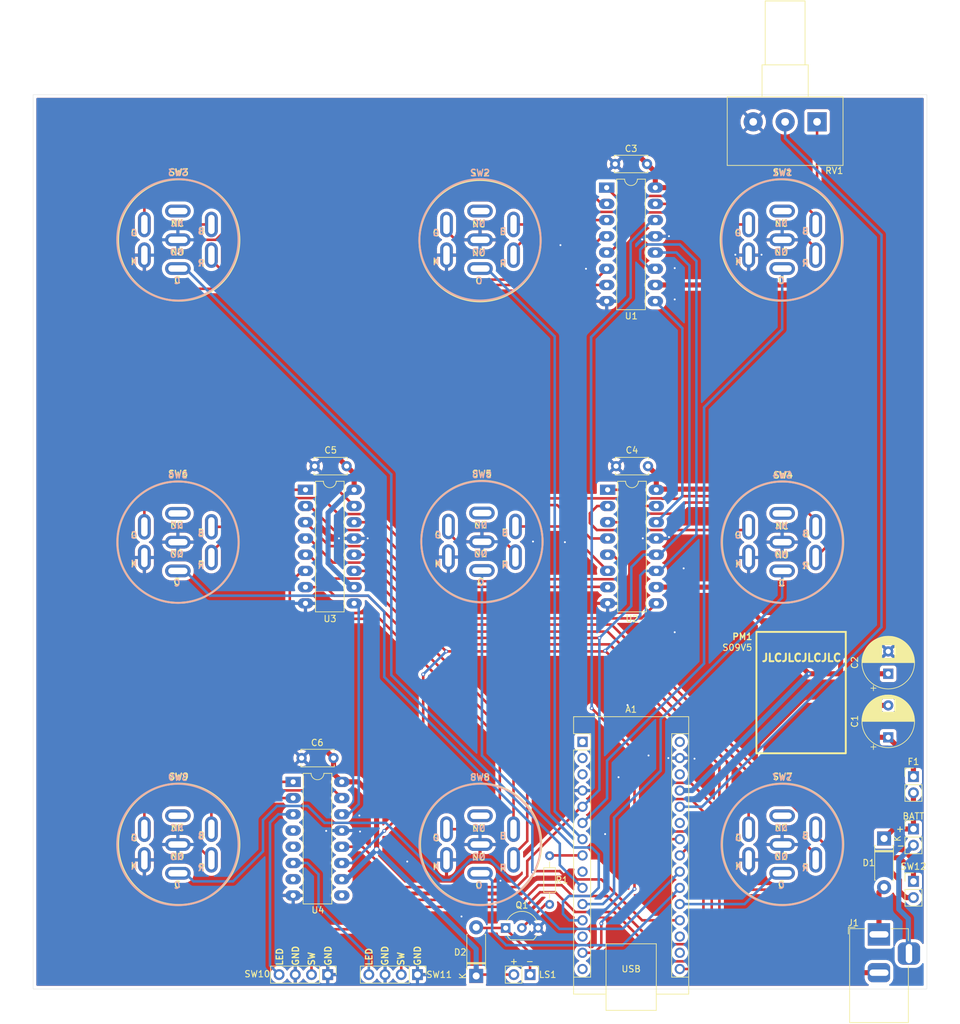
<source format=kicad_pcb>
(kicad_pcb (version 20240108) (generator "pcbnew") (generator_version "8.0")
  (layers (0 "F.Cu" signal) (31 "B.Cu" signal) (34 "B.Paste" user) (35 "F.Paste" user) (36 "B.SilkS" user "B.Silkscreen") (37 "F.SilkS" user "F.Silkscreen") (38 "B.Mask" user) (39 "F.Mask" user) (44 "Edge.Cuts" user))
  (net 0 "")
  (net 1 "Net-(PM1--VIN)")
  (net 2 "Net-(D1-K)")
  (net 3 "GND")
  (net 4 "+5V")
  (net 5 "Net-(D1-A)")
  (net 6 "Net-(J2-Pin_2)")
  (net 8 "/LATCH")
  (net 9 "Net-(SW1-G)")
  (net 10 "Net-(SW2-G)")
  (net 11 "/SER")
  (net 12 "Net-(SW2-R)")
  (net 13 "Net-(SW3-G)")
  (net 14 "Net-(U1-QC)")
  (net 15 "Net-(SW3-R)")
  (net 16 "Net-(SW1-R)")
  (net 17 "/CLK")
  (net 18 "Net-(U1-QF)")
  (net 19 "Net-(U1-QH')")
  (net 20 "Net-(SW4-R)")
  (net 21 "Net-(U2-QH')")
  (net 22 "Net-(SW6-R)")
  (net 23 "Net-(SW5-G)")
  (net 24 "Net-(U2-QD)")
  (net 25 "Net-(U2-QA)")
  (net 26 "Net-(U2-QG)")
  (net 27 "Net-(SW5-R)")
  (net 28 "Net-(SW4-G)")
  (net 29 "Net-(U3-QB)")
  (net 30 "Net-(SW7-G)")
  (net 31 "Net-(SW6-G)")
  (net 32 "Net-(SW8-R)")
  (net 33 "Net-(U3-QE)")
  (net 34 "Net-(U3-QH')")
  (net 35 "Net-(U3-QH)")
  (net 36 "Net-(SW7-R)")
  (net 37 "Net-(SW8-G)")
  (net 38 "Net-(SW9-G)")
  (net 39 "Net-(U4-QC)")
  (net 41 "Net-(SW9-R)")
  (net 44 "Net-(SW10-A)")
  (net 46 "Net-(SW11-A)")
  (net 47 "/SW7")
  (net 48 "Net-(A1-A7)")
  (net 49 "/RST")
  (net 53 "/SW8")
  (net 54 "/SW4")
  (net 56 "/SW9")
  (net 57 "/TX")
  (net 58 "/SW5")
  (net 59 "/SW3")
  (net 63 "/RX")
  (net 64 "/SW11")
  (net 65 "/SW2")
  (net 66 "/SW6")
  (net 67 "/SW10")
  (net 69 "/SW1")
  (net 79 "Net-(PM1-+VIN)")
  (net 80 "Net-(A1-D5)")
  (net 81 "Net-(D2-A)")
  (net 82 "Net-(Q1-B)")
  (net 83 "Net-(SW12-B)")
  (footprint "Connector_PinHeader_2.54mm:PinHeader_1x02_P2.54mm_Vertical" (layer "F.Cu") (at 105.035 162.8 -90)
    (property "Reference" "LS1")
    (property "Value" "Speaker")
  )
  (footprint "Capacitor_THT:CP_Radial_D8.0mm_P3.50mm" (layer "F.Cu") (at 161.15 115.702651 90)
    (property "Reference" "C2")
    (property "Value" "100Uf")
  )
  (footprint "Capacitor_THT:C_Disc_D5.0mm_W2.5mm_P5.00mm" (layer "F.Cu") (at 123.366682 35.9 180)
    (property "Reference" "C3")
    (property "Value" "10nf")
  )
  (footprint "Capacitor_THT:C_Disc_D5.0mm_W2.5mm_P5.00mm" (layer "F.Cu") (at 74.25 128.9 180)
    (property "Reference" "C6")
    (property "Value" "10nf")
  )
  (footprint "Package_DIP:DIP-16_W7.62mm_LongPads" (layer "F.Cu") (at 117.041682 39.597802)
    (property "Reference" "U1")
    (property "Value" "74HC595")
  )
  (footprint "Package_DIP:DIP-16_W7.62mm_LongPads" (layer "F.Cu") (at 67.925 132.625)
    (property "Reference" "U4")
    (property "Value" "74HC595")
  )
  (footprint "Connector_PinHeader_2.54mm:PinHeader_1x02_P2.54mm_Vertical" (layer "F.Cu") (at 165.1 131.8)
    (property "Reference" "F1")
    (property "Value" "500ma")
  )
  (footprint "Resistor_THT:R_Axial_DIN0204_L3.6mm_D1.6mm_P7.62mm_Horizontal" (layer "F.Cu") (at 108.1 144.19 -90)
    (property "Reference" "R1")
    (property "Value" "1K")
  )
  (footprint "Connector_PinHeader_2.54mm:PinHeader_1x02_P2.54mm_Vertical" (layer "F.Cu") (at 165.1 148.2)
    (property "Reference" "SW12")
    (property "Value" "SW_SPST")
  )
  (footprint "Capacitor_THT:CP_Radial_D8.0mm_P5.00mm" (layer "F.Cu") (at 161.15 125.652651 90)
    (property "Reference" "C1")
    (property "Value" "1000Uf")
  )
  (footprint "Connector_PinHeader_2.54mm:PinHeader_1x02_P2.54mm_Vertical" (layer "F.Cu") (at 165.1 140)
    (property "Reference" "J2" (hide yes))
    (property "Value" "Conn_01x02_Pin")
  )
  (footprint "Capacitor_THT:C_Disc_D5.0mm_W2.5mm_P5.00mm" (layer "F.Cu") (at 76.3 83.2 180)
    (property "Reference" "C5")
    (property "Value" "10nf")
  )
  (footprint "Library:S09" (layer "F.Cu") (at 147.5 118.65 -90)
    (property "Reference" "PM1")
    (property "Value" "S09V5")
  )
  (footprint "Diode_THT:D_DO-41_SOD81_P7.62mm_Horizontal" (layer "F.Cu") (at 160.5 141.49 -90)
    (property "Reference" "D1")
    (property "Value" "1N5819")
  )
  (footprint "Connector_PinHeader_2.54mm:PinHeader_1x04_P2.54mm_Vertical" (layer "F.Cu") (at 87.4 162.8 -90)
    (property "Reference" "SW11")
    (property "Value" "SW_Push_LED")
  )
  (footprint "Connector_BarrelJack:BarrelJack_Horizontal" (layer "F.Cu") (at 159.7 156.5 90)
    (property "Reference" "J1")
    (property "Value" "Barrel_Jack_Switch")
  )
  (footprint "Package_DIP:DIP-16_W7.62mm_LongPads" (layer "F.Cu") (at 69.858344 86.901131)
    (property "Reference" "U3")
    (property "Value" "74HC595")
  )
  (footprint "Capacitor_THT:C_Disc_D5.0mm_W2.5mm_P5.00mm" (layer "F.Cu") (at 123.516682 83.2 180)
    (property "Reference" "C4")
    (property "Value" "10nf")
  )
  (footprint "Diode_THT:D_DO-41_SOD81_P7.62mm_Horizontal" (layer "F.Cu") (at 96.6 163.01 90)
    (property "Reference" "D2")
    (property "Value" "1N5819")
  )
  (footprint "Module:Arduino_Nano" (layer "F.Cu") (at 113.256682 126.36)
    (property "Reference" "A1")
    (property "Value" "Arduino_Nano_v3.x")
  )
  (footprint "Potentiometer_THT:Potentiometer_Alps_RK163_Single_Horizontal" (layer "F.Cu") (at 150 29.3 -90)
    (property "Reference" "RV1")
    (property "Value" "10K")
  )
  (footprint "Connector_PinHeader_2.54mm:PinHeader_1x04_P2.54mm_Vertical" (layer "F.Cu") (at 73.34 162.8 -90)
    (property "Reference" "SW10")
    (property "Value" "SW_Push_LED")
  )
  (footprint "Package_TO_SOT_THT:TO-92_Inline_Wide" (layer "F.Cu") (at 101.22 155.5)
    (property "Reference" "Q1")
    (property "Value" "BC547")
  )
  (footprint "Package_DIP:DIP-16_W7.62mm_LongPads" (layer "F.Cu") (at 117.191682 86.901131)
    (property "Reference" "U2")
    (property "Value" "74HC595")
  )
  (footprint "Library:SPDT_RGB_D19" (layer "B.Cu") (at 144.533354 95.100006 180)
    (property "Reference" "SW4")
    (property "Value" "SPDT_RGB")
  )
  (footprint "Library:SPDT_RGB_D19" (layer "B.Cu") (at 144.533354 47.766677 180)
    (property "Reference" "SW1")
    (property "Value" "SPDT_RGB")
  )
  (footprint "Library:SPDT_RGB_D19" (layer "B.Cu") (at 97.20001 47.766677 180)
    (property "Reference" "SW2")
    (property "Value" "SPDT_RGB")
  )
  (footprint "Library:SPDT_RGB_D19" (layer "B.Cu") (at 49.866678 47.766677 180)
    (property "Reference" "SW3")
    (property "Value" "SPDT_RGB")
  )
  (footprint "Library:SPDT_RGB_D19" (layer "B.Cu") (at 49.866678 142.433342 180)
    (property "Reference" "SW9")
    (property "Value" "SPDT_RGB")
  )
  (footprint "Library:SPDT_RGB_D19" (layer "B.Cu") (at 49.866678 95.100006 180)
    (property "Reference" "SW6")
    (property "Value" "SPDT_RGB")
  )
  (footprint "Library:SPDT_RGB_D19" (layer "B.Cu") (at 97.50001 95.040006 180)
    (property "Reference" "SW5")
    (property "Value" "SPDT_RGB")
  )
  (footprint "Library:SPDT_RGB_D19" (layer "B.Cu") (at 144.533354 142.433342 180)
    (property "Reference" "SW7")
    (property "Value" "SPDT_RGB")
  )
  (footprint "Library:SPDT_RGB_D19" (layer "B.Cu") (at 97.20001 142.433342 180)
    (property "Reference" "SW8")
    (property "Value" "SPDT_RGB")
  )
  (gr_circle (center 97.2 47.9) (end 106.7 47.9) (stroke (width 0.3)) (fill none) (layer "F.SilkS"))
  (gr_circle (center 144.4 47.8) (end 153.9 47.8) (stroke (width 0.3)) (fill none) (layer "F.SilkS"))
  (gr_circle (center 50 142.4) (end 59.5 142.4) (stroke (width 0.3)) (fill none) (layer "F.SilkS"))
  (gr_circle (center 144.6 142.4) (end 154.1 142.4) (stroke (width 0.3)) (fill none) (layer "F.SilkS"))
  (gr_circle (center 97.5 95) (end 107 95) (stroke (width 0.3)) (fill none) (layer "F.SilkS"))
  (gr_circle (center 50 47.8) (end 59.5 47.8) (stroke (width 0.3)) (fill none) (layer "F.SilkS"))
  (gr_circle (center 49.9 95.1) (end 59.4 95.1) (stroke (width 0.3)) (fill none) (layer "F.SilkS"))
  (gr_circle (center 144.6 95.1) (end 154.1 95.1) (stroke (width 0.3)) (fill none) (layer "F.SilkS"))
  (gr_circle (center 97.3 142.4) (end 106.8 142.4) (stroke (width 0.3)) (fill none) (layer "F.SilkS"))
  (gr_rect (start 27.20001 25.050006) (end 167.20001 165.050006) (stroke (width 0.05)) (fill none) (layer "Edge.Cuts"))
  (gr_text "R" (at 53.6 146 0) (layer "F.SilkS") (effects (font (size 1 1) (thickness 0.2) (bold yes))))
  (gr_text "R" (at 148.3 98.8 0) (layer "F.SilkS") (effects (font (size 1 1) (thickness 0.2) (bold yes))))
  (gr_text "G" (at 137.6 46.7 0) (layer "F.SilkS") (effects (font (size 1 1) (thickness 0.2) (bold yes))))
  (gr_text "GND" (at 74 161.5 90) (layer "F.SilkS") (effects (font (size 1 1) (thickness 0.2) (bold yes)) (justify left bottom)))
  (gr_text "NO" (at 144.4 49.7 0) (layer "F.SilkS") (effects (font (size 1 1) (thickness 0.2) (bold yes))))
  (gr_text "NC" (at 49.8 139.8 0) (layer "F.SilkS") (effects (font (size 1 1) (thickness 0.2) (bold yes))))
  (gr_text "+" (at 102.5 160.7 0) (layer "F.SilkS") (effects (font (size 1 1))))
  (gr_text "G" (at 90.3 46.7 0) (layer "F.SilkS") (effects (font (size 1 1) (thickness 0.2) (bold yes))))
  (gr_text "R" (at 53.5 98.6 0) (layer "F.SilkS") (effects (font (size 1 1) (thickness 0.2) (bold yes))))
  (gr_text "NC" (at 97 45.3 0) (layer "F.SilkS") (effects (font (size 1 1) (thickness 0.2) (bold yes))))
  (gr_text "R" (at 148.2 146 0) (layer "F.SilkS") (effects (font (size 1 1) (thickness 0.2) (bold yes))))
  (gr_text "NC" (at 144.4 139.8 0) (layer "F.SilkS") (effects (font (size 1 1) (thickness 0.2) (bold yes))))
  (gr_text "NO" (at 49.8 144.3 0) (layer "F.SilkS") (effects (font (size 1 1) (thickness 0.2) (bold yes))))
  (gr_text "K" (at 137.7 51.2 0) (layer "F.SilkS") (effects (font (size 1 1) (thickness 0.2) (bold yes))))
  (gr_text "K" (at 43 145.8 0) (layer "F.SilkS") (effects (font (size 1 1) (thickness 0.2) (bold yes))))
  (gr_text "G" (at 90.3 141.4 0) (layer "F.SilkS") (effects (font (size 1 1) (thickness 0.2) (bold yes))))
  (gr_text "B" (at 148.3 93.8 0) (layer "F.SilkS") (effects (font (size 1 1) (thickness 0.2) (bold yes))))
  (gr_text "NC" (at 97.3 92.4 0) (layer "F.SilkS") (effects (font (size 1 1) (thickness 0.2) (bold yes))))
  (gr_text "G" (at 90.6 94 0) (layer "F.SilkS") (effects (font (size 1 1) (thickness 0.2) (bold yes))))
  (gr_text "SW" (at 85.4 161.5 90) (layer "F.SilkS") (effects (font (size 1 1) (thickness 0.2) (bold yes)) (justify left bottom)))
  (gr_text "SW5" (at 97.5 84.4 0) (layer "F.SilkS") (effects (font (size 1 1) (thickness 0.2) (bold yes))))
  (gr_text "GND" (at 82.9 161.5 90) (layer "F.SilkS") (effects (font (size 1 1) (thickness 0.2) (bold yes)) (justify left bottom)))
  (gr_text "K" (at 90.3 51.2 0) (layer "F.SilkS") (effects (font (size 1 1) (thickness 0.2) (bold yes))))
  (gr_text "G" (at 137.6 94 0) (layer "F.SilkS") (effects (font (size 1 1) (thickness 0.2) (bold yes))))
  (gr_text "K" (at 137.7 98.5 0) (layer "F.SilkS") (effects (font (size 1 1) (thickness 0.2) (bold yes))))
  (gr_text "+" (at 163.005404 139.971752 0) (layer "F.SilkS") (effects (font (size 1 1))))
  (gr_text "JLCJLCJLCJLC" (at 141.2 113.9 0) (layer "F.SilkS") (effects (font (size 1.2 1.2) (thickness 0.3) (bold yes)) (justify left bottom)))
  (gr_text "NO" (at 49.8 49.7 0) (layer "F.SilkS") (effects (font (size 1 1) (thickness 0.2) (bold yes))))
  (gr_text "G" (at 43 94 0) (layer "F.SilkS") (effects (font (size 1 1) (thickness 0.2) (bold yes))))
  (gr_text "SW1" (at 144.6 37.2 -0) (layer "F.SilkS") (effects (font (size 1 1) (thickness 0.2) (bold yes))))
  (gr_text "LED" (at 80.4 161.5 90) (layer "F.SilkS") (effects (font (size 1 1) (thickness 0.2) (bold yes)) (justify left bottom)))
  (gr_text "NC" (at 144.5 92.6 0) (layer "F.SilkS") (effects (font (size 1 1) (thickness 0.2) (bold yes))))
  (gr_text "NC" (at 49.7 92.4 0) (layer "F.SilkS") (effects (font (size 1 1) (thickness 0.2) (bold yes))))
  (gr_text "R" (at 101.1 98.6 0) (layer "F.SilkS") (effects (font (size 1 1) (thickness 0.2) (bold yes))))
  (gr_text "C" (at 97.3 101.3 0) (layer "F.SilkS") (effects (font (size 1 1) (thickness 0.2) (bold yes))))
  (gr_text "SW4" (at 144.7 84.6 0) (layer "F.SilkS") (effects (font (size 1 1) (thickness 0.2) (bold yes))))
  (gr_text "B" (at 101.1 93.6 0) (layer "F.SilkS") (effects (font (size 1 1) (thickness 0.2) (bold yes))))
  (gr_text "C" (at 144.4 54.1 0) (layer "F.SilkS") (effects (font (size 1 1) (thickness 0.2) (bold yes))))
  (gr_text "R" (at 100.8 146.1 0) (layer "F.SilkS") (effects (font (size 1 1) (thickness 0.2) (bold yes))))
  (gr_text "NC" (at 97 139.9 0) (layer "F.SilkS") (effects (font (size 1 1) (thickness 0.2) (bold yes))))
  (gr_text "NO" (at 144.5 97.1 0) (layer "F.SilkS") (effects (font (size 1 1) (thickness 0.2) (bold yes))))
  (gr_text "NO" (at 97.3 96.9 0) (layer "F.SilkS") (effects (font (size 1 1) (thickness 0.2) (bold yes))))
  (gr_text "SW6" (at 49.9 84.4 0) (layer "F.SilkS") (effects (font (size 1 1) (thickness 0.2) (bold yes))))
  (gr_text "-" (at 163.1 142.6 0) (layer "F.SilkS") (effects (font (size 1 1))))
  (gr_text "LED" (at 66.4 161.5 90) (layer "F.SilkS") (effects (font (size 1 1) (thickness 0.2) (bold yes)) (justify left bottom)))
  (gr_text "-" (at 105 160.7 0) (layer "F.SilkS") (effects (font (size 1 1))))
  (gr_text "C" (at 97 54.2 0) (layer "F.SilkS") (effects (font (size 1 1) (thickness 0.2) (bold yes))))
  (gr_text "SW8" (at 97.2 131.9 0) (layer "F.SilkS") (effects (font (size 1 1) (thickness 0.2) (bold yes))))
  (gr_text "GND" (at 68.9 161.5 90) (layer "F.SilkS") (effects (font (size 1 1) (thickness 0.2) (bold yes)) (justify left bottom)))
  (gr_text "R" (at 53.6 51.4 0) (layer "F.SilkS") (effects (font (size 1 1) (thickness 0.2) (bold yes))))
  (gr_text "K" (at 43 98.5 0) (layer "F.SilkS") (effects (font (size 1 1) (thickness 0.2) (bold yes))))
  (gr_text "C" (at 144.5 101.5 0) (layer "F.SilkS") (effects (font (size 1 1) (thickness 0.2) (bold yes))))
  (gr_text "B" (at 148.2 46.4 0) (layer "F.SilkS") (effects (font (size 1 1) (thickness 0.2) (bold yes))))
  (gr_text "G" (at 43 141.4 0) (layer "F.SilkS") (effects (font (size 1 1) (thickness 0.2) (bold yes))))
  (gr_text "B" (at 100.8 46.5 0) (layer "F.SilkS") (effects (font (size 1 1) (thickness 0.2) (bold yes))))
  (gr_text "NC" (at 49.8 45.2 0) (layer "F.SilkS") (effects (font (size 1 1) (thickness 0.2) (bold yes))))
  (gr_text "C" (at 49.8 54.1 0) (layer "F.SilkS") (effects (font (size 1 1) (thickness 0.2) (bold yes))))
  (gr_text "NO" (at 49.7 96.9 0) (layer "F.SilkS") (effects (font (size 1 1) (thickness 0.2) (bold yes))))
  (gr_text "C" (at 144.4 148.7 0) (layer "F.SilkS") (effects (font (size 1 1) (thickness 0.2) (bold yes))))
  (gr_text "G" (at 137.7 141.4 0) (layer "F.SilkS") (effects (font (size 1 1) (thickness 0.2) (bold yes))))
  (gr_text "B" (at 100.8 141.1 0) (layer "F.SilkS") (effects (font (size 1 1) (thickness 0.2) (bold yes))))
  (gr_text "NO" (at 97 49.8 0) (layer "F.SilkS") (effects (font (size 1 1) (thickness 0.2) (bold yes))))
  (gr_text "B" (at 148.2 141 0) (layer "F.SilkS") (effects (font (size 1 1) (thickness 0.2) (bold yes))))
  (gr_text "B" (at 53.6 46.4 0) (layer "F.SilkS") (effects (font (size 1 1) (thickness 0.2) (bold yes))))
  (gr_text "C" (at 97 148.8 0) (layer "F.SilkS") (effects (font (size 1 1) (thickness 0.2) (bold yes))))
  (gr_text "SW7" (at 144.6 131.8 0) (layer "F.SilkS") (effects (font (size 1 1) (thickness 0.2) (bold yes))))
  (gr_text "NO" (at 144.4 144.3 0) (layer "F.SilkS") (effects (font (size 1 1) (thickness 0.2) (bold yes))))
  (gr_text "SW9" (at 50 131.8 0) (layer "F.SilkS") (effects (font (size 1 1) (thickness 0.2) (bold yes))))
  (gr_text "K" (at 43 51.2 0) (layer "F.SilkS") (effects (font (size 1 1) (thickness 0.2) (bold yes))))
  (gr_text "NO" (at 97 144.4 0) (layer "F.SilkS") (effects (font (size 1 1) (thickness 0.2) (bold yes))))
  (gr_text "SW2" (at 97.2 37.3 0) (layer "F.SilkS") (effects (font (size 1 1) (thickness 0.2) (bold yes))))
  (gr_text "C" (at 49.8 148.7 0) (layer "F.SilkS") (effects (font (size 1 1) (thickness 0.2) (bold yes))))
  (gr_text "R" (at 100.8 51.5 0) (layer "F.SilkS") (effects (font (size 1 1) (thickness 0.2) (bold yes))))
  (gr_text "SW" (at 71.4 161.5 90) (layer "F.SilkS") (effects (font (size 1 1) (thickness 0.2) (bold yes)) (justify left bottom)))
  (gr_text "SW3" (at 50 37.2 0) (layer "F.SilkS") (effects (font (size 1 1) (thickness 0.2) (bold yes))))
  (gr_text "K" (at 137.7 145.8 0) (layer "F.SilkS") (effects (font (size 1 1) (thickness 0.2) (bold yes))))
  (gr_text "K" (at 90.3 145.9 0) (layer "F.SilkS") (effects (font (size 1 1) (thickness 0.2) (bold yes))))
  (gr_text "C" (at 49.7 101.3 0) (layer "F.SilkS") (effects (font (size 1 1) (thickness 0.2) (bold yes))))
  (gr_text "B" (at 53.6 141 0) (layer "F.SilkS") (effects (font (size 1 1) (thickness 0.2) (bold yes))))
  (gr_text "K" (at 90.6 98.5 0) (layer "F.SilkS") (effects (font (size 1 1) (thickness 0.2) (bold yes))))
  (gr_text "G" (at 43 46.7 0) (layer "F.SilkS") (effects (font (size 1 1) (thickness 0.2) (bold yes))))
  (gr_text "B" (at 53.5 93.6 0) (layer "F.SilkS") (effects (font (size 1 1) (thickness 0.2) (bold yes))))
  (gr_text "NC" (at 144.4 45.2 0) (layer "F.SilkS") (effects (font (size 1 1) (thickness 0.2) (bold yes))))
  (gr_text "BATT\n" (at 165.1 138 0) (layer "F.SilkS") (effects (font (size 1 1))))
  (gr_text "GND" (at 88 161.5 90) (layer "F.SilkS") (effects (font (size 1 1) (thickness 0.2) (bold yes)) (justify left bottom)))
  (gr_text "R" (at 148.2 51.4 0) (layer "F.SilkS") (effects (font (size 1 1) (thickness 0.2) (bold yes))))
  (segment (start 165.1 148.2) (end 165.1 146.7) (width 0.8) (layer "F.Cu") (net 1))
  (segment (start 142 129.15) (end 142 127.3) (width 0.8) (layer "F.Cu") (net 1))
  (segment (start 165.1 146.7) (end 162.9 144.5) (width 0.8) (layer "F.Cu") (net 1))
  (segment (start 142 127.3) (end 148.647349 120.652651) (width 0.8) (layer "F.Cu") (net 1))
  (segment (start 159.3 144.5) (end 143.95 129.15) (width 0.8) (layer "F.Cu") (net 1))
  (segment (start 162.9 144.5) (end 159.3 144.5) (width 0.8) (layer "F.Cu") (net 1))
  (segment (start 143.95 129.15) (end 142 129.15) (width 0.8) (layer "F.Cu") (net 1))
  (segment (start 148.647349 120.652651) (end 161.15 120.652651) (width 0.8) (layer "F.Cu") (net 1))
  (segment (start 161.99 140) (end 160.5 141.49) (width 0.8) (layer "F.Cu") (net 2))
  (segment (start 165.1 134.34) (end 165.1 139.9) (width 0.8) (layer "F.Cu") (net 2))
  (segment (start 165.02 139.82) (end 165.1 139.9) (width 0.8) (layer "F.Cu") (net 2))
  (segment (start 165.1 140) (end 161.99 140) (width 0.8) (layer "F.Cu") (net 2))
  (segment (start 91.95001 144.833342) (end 91.95001 143.94999) (width 0.4) (layer "F.Cu") (net 3))
  (segment (start 44.616678 97.500006) (end 44.616678 96.916678) (width 0.4) (layer "F.Cu") (net 3))
  (segment (start 92.290016 97.4) (end 92.25001 97.440006) (width 0.4) (layer "F.Cu") (net 3))
  (segment (start 44.616678 144.833342) (end 44.616678 143.816678) (width 0.4) (layer "F.Cu") (net 3))
  (segment (start 139.283354 144.833342) (end 139.283354 144.016646) (width 0.4) (layer "F.Cu") (net 3))
  (via (at 127.7 57.1) (size 0.6) (drill 0.3) (layers "F.Cu" "B.Cu") (net 3))
  (via (at 127.7 109.2) (size 0.6) (drill 0.3) (layers "F.Cu" "B.Cu") (net 3))
  (via (at 78.4 140.4) (size 0.6) (drill 0.3) (layers "F.Cu" "B.Cu") (net 3))
  (via (at 85.8 145.1) (size 0.6) (drill 0.3) (layers "F.Cu" "B.Cu") (net 3))
  (via (at 105.5 95) (size 0.6) (drill 0.3) (layers "F.Cu" "B.Cu") (net 3))
  (via (at 127.7 52.2) (size 0.6) (drill 0.3) (layers "F.Cu" "B.Cu") (net 3))
  (via (at 49.9 49.9) (size 0.6) (drill 0.3) (layers "F.Cu" "B.Cu") (net 3))
  (via (at 130.8 129) (size 0.6) (drill 0.3) (layers "F.Cu" "B.Cu") (net 3))
  (via (at 116.8 140.8) (size 0.6) (drill 0.3) (layers "F.Cu" "B.Cu") (net 3))
  (via (at 137.2 50.1) (size 0.6) (drill 0.3) (layers "F.Cu" "B.Cu") (net 3))
  (via (at 141.3 50.1) (size 0.6) (drill 0.3) (layers "F.Cu" "B.Cu") (net 3))
  (via (at 123.6 128.5) (size 0.6) (drill 0.3) (layers "F.Cu" "B.Cu") (net 3))
  (via (at 122.7 94.5) (size 0.6) (drill 0.3) (layers "F.Cu" "B.Cu") (net 3))
  (via (at 126.8 47.2) (size 0.6) (drill 0.3) (layers "F.Cu" "B.Cu") (net 3))
  (via (at 109.8 48.6) (size 0.6) (drill 0.3) (layers "F.Cu" "B.Cu") (net 3))
  (via (at 126.7 128.9) (size 0.6) (drill 0.3) (layers "F.Cu" "B.Cu") (net 3))
  (via (at 120.3 120.6) (size 0.6) (drill 0.3) (layers "F.Cu" "B.Cu") (net 3))
  (via (at 100.4 148.1) (size 0.6) (drill 0.3) (layers "F.Cu" "B.Cu") (net 3))
  (via (at 94.3 153.7) (size 0.6) (drill 0.3) (layers "F.Cu" "B.Cu") (net 3))
  (via (at 78.3 137.9) (size 0.6) (drill 0.3) (layers "F.Cu" "B.Cu") (net 3))
  (via (at 110.5 95.1) (size 0.6) (drill 0.3) (layers "F.Cu" "B.Cu") (net 3))
  (via (at 73.1 140.3) (size 0.6) (drill 0.3) (layers "F.Cu" "B.Cu") (net 3))
  (via (at 79.6 94.5) (size 0.6) (drill 0.3) (layers "F.Cu" "B.Cu") (net 3))
  (via (at 75.1 94.5) (size 0.6) (drill 0.3) (layers "F.Cu" "B.Cu") (net 3))
  (via (at 122.6 47.7) (size 0.6) (drill 0.3) (layers "F.Cu" "B.Cu") (net 3))
  (via (at 126.8 94.3) (size 0.6) (drill 0.3) (layers "F.Cu" "B.Cu") (net 3))
  (via (at 118.9 131.9) (size 0.6) (drill 0.3) (layers "F.Cu" "B.Cu") (net 3))
  (via (at 113.8 52.3) (size 0.6) (drill 0.3) (layers "F.Cu" "B.Cu") (net 3))
  (via (at 129.1 99.2) (size 0.6) (drill 0.3) (layers "F.Cu" "B.Cu") (net 3))
  (segment (start 153.7 86.8) (end 124.912813 86.8) (width 0.8) (layer "F.Cu") (net 4))
  (segment (start 96.81 162.8) (end 96.6 163.01) (width 0.4) (layer "F.Cu") (net 4))
  (segment (start 153.7 56.6) (end 153.7 90.568629) (width 0.8) (layer "F.Cu") (net 4))
  (segment (start 142 109) (end 142 108.15) (width 0.8) (layer "F.Cu") (net 4))
  (segment (start 148.702651 115.702651) (end 142 109) (width 0.8) (layer "F.Cu") (net 4))
  (segment (start 156 115.702651) (end 148.702651 115.702651) (width 0.8) (layer "F.Cu") (net 4))
  (segment (start 76.3 83.2) (end 72.9 79.8) (width 0.8) (layer "F.Cu") (net 4))
  (segment (start 153.7 44.5) (end 153.7 56.6) (width 0.8) (layer "F.Cu") (net 4))
  (segment (start 124.811682 84.495) (end 123.516682 83.2) (width 0.8) (layer "F.Cu") (net 4))
  (segment (start 78.125 132.625) (end 75.545 132.625) (width 0.8) (layer "F.Cu") (net 4))
  (segment (start 40.2 42.9) (end 40.2 79.5) (width 0.8) (layer "F.Cu") (net 4))
  (segment (start 74.25 128.9) (end 71.05 125.7) (width 0.8) (layer "F.Cu") (net 4))
  (segment (start 74.25 131.33) (end 75.545 132.625) (width 0.8) (layer "F.Cu") (net 4))
  (segment (start 74.25 128.9) (end 74.25 131.33) (width 0.8) (layer "F.Cu") (net 4))
  (segment (start 124.811682 86.901131) (end 124.811682 84.495) (width 0.8) (layer "F.Cu") (net 4))
  (segment (start 71.05 125.7) (end 65.9 125.7) (width 0.8) (layer "F.Cu") (net 4))
  (segment (start 150 38.395604) (end 148.797802 39.597802) (width 0.4) (layer "F.Cu") (net 4))
  (segment (start 153.637802 54.837802) (end 153.7 54.9) (width 0.8) (layer "F.Cu") (net 4))
  (segment (start 72.9 79.8) (end 40.5 79.8) (width 0.8) (layer "F.Cu") (net 4))
  (segment (start 156 115.702651) (end 153.7 115.702651) (width 0.8) (layer "F.Cu") (net 4))
  (segment (start 119.566682 32.1) (end 51 32.1) (width 0.8) (layer "F.Cu") (net 4))
  (segment (start 153.7 115.702651) (end 153.7 90.568629) (width 0.8) (layer "F.Cu") (net 4))
  (segment (start 148.797802 39.597802) (end 153.7 44.5) (width 0.8) (layer "F.Cu") (net 4))
  (segment (start 124.661682 39.597802) (end 124.661682 37.195) (width 0.8) (layer "F.Cu") (net 4))
  (segment (start 124.661682 39.597802) (end 148.797802 39.597802) (width 0.8) (layer "F.Cu") (net 4))
  (segment (start 65.9 125.7) (end 40.2 100) (width 0.8) (layer "F.Cu") (net 4))
  (segment (start 153.7 90.568629) (end 153.7 86.8) (width 0.8) (layer "F.Cu") (net 4))
  (segment (start 150 29.3) (end 150 38.395604) (width 0.4) (layer "F.Cu") (net 4))
  (segment (start 161.15 115.702651) (end 156 115.702651) (width 0.8) (layer "F.Cu") (net 4))
  (segment (start 142 108.15) (end 135.991131 102.141131) (width 0.8) (layer "F.Cu") (net 4))
  (segment (start 124.912813 86.8) (end 124.811682 86.901131) (width 0.8) (layer "F.Cu") (net 4))
  (segment (start 51 32.1) (end 40.2 42.9) (width 0.8) (layer "F.Cu") (net 4))
  (segment (start 76.3 83.2) (end 77.478344 84.378344) (width 0.8) (layer "F.Cu") (net 4))
  (segment (start 102.495 162.8) (end 96.81 162.8) (width 0.4) (layer "F.Cu") (net 4))
  (segment (start 77.478344 84.378344) (end 77.478344 86.901131) (width 0.8) (layer "F.Cu") (net 4))
  (segment (start 40.5 79.8) (end 40.2 79.5) (width 0.8) (layer "F.Cu") (net 4))
  (segment (start 123.366682 35.9) (end 119.566682 32.1) (width 0.8) (layer "F.Cu") (net 4))
  (segment (start 135.991131 102.141131) (end 124.811682 102.141131) (width 0.8) (layer "F.Cu") (net 4))
  (segment (start 81 135.5) (end 78.125 132.625) (width 0.8) (layer "F.Cu") (net 4))
  (segment (start 124.661682 54.837802) (end 153.637802 54.837802) (width 0.8) (layer "F.Cu") (net 4))
  (segment (start 81 143.2) (end 81 135.5) (width 0.8) (layer "F.Cu") (net 4))
  (segment (start 153.7 54.9) (end 153.7 56.6) (width 0.8) (layer "F.Cu") (net 4))
  (segment (start 124.661682 37.195) (end 123.366682 35.9) (width 0.8) (layer "F.Cu") (net 4))
  (segment (start 40.2 100) (end 40.2 79.5) (width 0.8) (layer "F.Cu") (net 4))
  (via (at 81 143.2) (size 0.8) (drill 0.6) (layers "F.Cu" "B.Cu") (net 4))
  (via (at 148.702651 115.702651) (size 0.6) (drill 0.3) (layers "F.Cu" "B.Cu") (net 4))
  (segment (start 73.4 90.5) (end 73.4 98.4) (width 0.8) (layer "B.Cu") (net 4))
  (segment (start 75.545 147.865) (end 76.335 147.865) (width 0.8) (layer "B.Cu") (net 4))
  (segment (start 81 143.2) (end 96.6 158.8) (width 0.8) (layer "B.Cu") (net 4))
  (segment (start 77.141131 102.141131) (end 77.478344 102.141131) (width 0.8) (layer "B.Cu") (net 4))
  (segment (start 77.478344 86.901131) (end 76.998869 86.901131) (width 0.8) (layer "B.Cu") (net 4))
  (segment (start 130.425302 133.98) (end 128.496682 133.98) (width 0.8) (layer "B.Cu") (net 4))
  (segment (start 96.6 158.8) (end 96.6 163.01) (width 0.8) (layer "B.Cu") (net 4))
  (segment (start 148.702651 115.702651) (end 130.425302 133.98) (width 0.8) (layer "B.Cu") (net 4))
  (segment (start 76.998869 86.901131) (end 73.4 90.5) (width 0.8) (layer "B.Cu") (net 4))
  (segment (start 73.4 98.4) (end 77.141131 102.141131) (width 0.8) (layer "B.Cu") (net 4))
  (segment (start 76.335 147.865) (end 81 143.2) (width 0.8) (layer "B.Cu") (net 4))
  (segment (start 160.5 149.11) (end 159.7 149.91) (width 0.8) (layer "F.Cu") (net 5))
  (segment (start 159.7 149.91) (end 159.7 155.8) (width 0.8) (layer "F.Cu") (net 5))
  (segment (start 159.7 155.8) (end 160.4 156.5) (width 0.8) (layer "F.Cu") (net 5))
  (segment (start 165.1 158.8) (end 164.6 159.3) (width 0.8) (layer "F.Cu") (net 6))
  (segment (start 162.8 152.55) (end 162.8 144.84) (width 0.8) (layer "B.Cu") (net 6))
  (segment (start 164.3 154.05) (end 162.8 152.55) (width 0.8) (layer "B.Cu") (net 6))
  (segment (start 165.1 159.5) (end 164.3 158.7) (width 0.8) (layer "B.Cu") (net 6))
  (segment (start 164.3 158.7) (end 164.3 154.05) (width 0.8) (layer "B.Cu") (net 6))
  (segment (start 162.8 144.84) (end 165.1 142.54) (width 0.8) (layer "B.Cu") (net 6))
  (segment (start 104.6 147.4) (end 104.6 145) (width 0.4) (layer "F.Cu") (net 8))
  (segment (start 75.545 142.785) (end 78.785 142.785) (width 0.4) (layer "F.Cu") (net 8))
  (segment (start 80.061131 97.061131) (end 77.478344 97.061131) (width 0.4) (layer "F.Cu") (net 8))
  (segment (start 85.1 149.1) (end 102.9 149.1) (width 0.4) (layer "F.Cu") (net 8))
  (segment (start 113.08 136.52) (end 113.256682 136.52) (width 0.4) (layer "F.Cu") (net 8))
  (segment (start 78.785 142.785) (end 85.1 149.1) (width 0.4) (layer "F.Cu") (net 8))
  (segment (start 115.9 110.1) (end 93.1 110.1) (width 0.4) (layer "F.Cu") (net 8))
  (segment (start 93.1 110.1) (end 80.061131 97.061131) (width 0.4) (layer "F.Cu") (net 8))
  (segment (start 104.6 145) (end 113.08 136.52) (width 0.4) (layer "F.Cu") (net 8))
  (segment (start 102.9 149.1) (end 104.6 147.4) (width 0.4) (layer "F.Cu") (net 8))
  (via (at 115.9 110.1) (size 0.6) (drill 0.3) (layers "F.Cu" "B.Cu") (net 8))
  (segment (start 115.9 110.1) (end 120.9 105.1) (width 0.4) (layer "B.Cu") (net 8))
  (segment (start 130 92.4) (end 125.338869 97.061131) (width 0.4) (layer "B.Cu") (net 8))
  (segment (start 124.661682 49.757802) (end 127.957802 49.757802) (width 0.4) (layer "B.Cu") (net 8))
  (segment (start 125.338869 97.061131) (end 124.811682 97.061131) (width 0.4) (layer "B.Cu") (net 8))
  (segment (start 120.9 99) (end 122.838869 97.061131) (width 0.4) (layer "B.Cu") (net 8))
  (segment (start 115.9 110.1) (end 115.9 133.876682) (width 0.4) (layer "B.Cu") (net 8))
  (segment (start 122.838869 97.061131) (end 124.811682 97.061131) (width 0.4) (layer "B.Cu") (net 8))
  (segment (start 115.9 133.876682) (end 113.256682 136.52) (width 0.4) (layer "B.Cu") (net 8))
  (segment (start 127.957802 49.757802) (end 130 51.8) (width 0.4) (layer "B.Cu") (net 8))
  (segment (start 130 51.8) (end 130 92.4) (width 0.4) (layer "B.Cu") (net 8))
  (segment (start 120.9 105.1) (end 120.9 99) (width 0.4) (layer "B.Cu") (net 8))
  (segment (start 135.177802 43.477802) (end 137.066677 45.366677) (width 0.4) (layer "F.Cu") (net 9))
  (segment (start 120.921682 43.477802) (end 135.177802 43.477802) (width 0.4) (layer "F.Cu") (net 9))
  (segment (start 117.041682 39.597802) (end 120.921682 43.477802) (width 0.4) (layer "F.Cu") (net 9))
  (segment (start 137.066677 45.366677) (end 139.283354 45.366677) (width 0.4) (layer "F.Cu") (net 9))
  (segment (start 95.766677 50.166677) (end 91.95001 46.35001) (width 0.4) (layer "F.Cu") (net 10))
  (segment (start 110.5 53.1) (end 101.6 53.1) (width 0.4) (layer "F.Cu") (net 10))
  (segment (start 98.666677 50.166677) (end 95.766677 50.166677) (width 0.4) (layer "F.Cu") (net 10))
  (segment (start 116.382198 47.217802) (end 110.5 53.1) (width 0.4) (layer "F.Cu") (net 10))
  (segment (start 91.95001 46.35001) (end 91.95001 45.366677) (width 0.4) (layer "F.Cu") (net 10))
  (segment (start 101.6 53.1) (end 98.666677 50.166677) (width 0.4) (layer "F.Cu") (net 10))
  (segment (start 117.041682 47.217802) (end 116.382198 47.217802) (width 0.4) (layer "F.Cu") (net 10))
  (segment (start 121.4 127.8) (end 121.4 149.4) (width 0.4) (layer "F.Cu") (net 11))
  (segment (start 116.2 154.8) (end 116.2 158.3) (width 0.4) (layer "F.Cu") (net 11))
  (segment (start 114.7 121.1) (end 121.4 127.8) (width 0.4) (layer "F.Cu") (net 11))
  (segment (start 115.12 159.38) (end 113.256682 159.38) (width 0.4) (layer "F.Cu") (net 11))
  (segment (start 116.2 158.3) (end 115.12 159.38) (width 0.4) (layer "F.Cu") (net 11))
  (via (at 116.2 154.8) (size 0.6) (drill 0.3) (layers "F.Cu" "B.Cu") (net 11))
  (via (at 114.7 121.1) (size 0.6) (drill 0.3) (layers "F.Cu" "B.Cu") (net 11))
  (via (at 121.4 149.4) (size 0.6) (drill 0.3) (layers "F.Cu" "B.Cu") (net 11))
  (segment (start 120.8 48.1) (end 120.8 56.8) (width 0.4) (layer "B.Cu") (net 11))
  (segment (start 114.6 87) (end 114.7 87.1) (width 0.4) (layer "B.Cu") (net 11))
  (segment (start 121.4 149.4) (end 116.2 154.6) (width 0.4) (layer "B.Cu") (net 11))
  (segment (start 116.2 154.6) (end 116.2 154.8) (width 0.4) (layer "B.Cu") (net 11))
  (segment (start 114.7 87.1) (end 114.7 121.1) (width 0.4) (layer "B.Cu") (net 11))
  (segment (start 114.6 63) (end 114.6 87) (width 0.4) (layer "B.Cu") (net 11))
  (segment (start 124.661682 44.677802) (end 124.222198 44.677802) (width 0.4) (layer "B.Cu") (net 11))
  (segment (start 124.222198 44.677802) (end 120.8 48.1) (width 0.4) (layer "B.Cu") (net 11))
  (segment (start 120.8 56.8) (end 114.6 63) (width 0.4) (layer "B.Cu") (net 11))
  (segment (start 117.041682 44.677802) (end 107.122198 44.677802) (width 0.4) (layer "F.Cu") (net 12))
  (segment (start 102.45001 49.34999) (end 102.45001 50.166677) (width 0.4) (layer "F.Cu") (net 12))
  (segment (start 107.122198 44.677802) (end 102.45001 49.34999) (width 0.4) (layer "F.Cu") (net 12))
  (segment (start 55.833323 47.766677) (end 57.9 45.7) (width 0.4) (layer "F.Cu") (net 13))
  (segment (start 55.737802 54.837802) (end 52.7 51.8) (width 0.4) (layer "F.Cu") (net 13))
  (segment (start 57.9 45.7) (end 57.9 43.2) (width 0.4) (layer "F.Cu") (net 13))
  (segment (start 44.616678 42.083322) (end 44.616678 45.366677) (width 0.4) (layer "F.Cu") (net 13))
  (segment (start 57.9 43.2) (end 55.4 40.7) (width 0.4) (layer "F.Cu") (net 13))
  (segment (start 52.7 51.8) (end 52.7 48.5) (width 0.4) (layer "F.Cu") (net 13))
  (segment (start 52.7 48.5) (end 53.433323 47.766677) (width 0.4) (layer "F.Cu") (net 13))
  (segment (start 46 40.7) (end 44.616678 42.083322) (width 0.4) (layer "F.Cu") (net 13))
  (segment (start 53.433323 47.766677) (end 55.833323 47.766677) (width 0.4) (layer "F.Cu") (net 13))
  (segment (start 55.4 40.7) (end 46 40.7) (width 0.4) (layer "F.Cu") (net 13))
  (segment (start 117.041682 54.837802) (end 55.737802 54.837802) (width 0.4) (layer "F.Cu") (net 13))
  (segment (start 114.7 38.8) (end 114.7 40.6) (width 0.4) (layer "F.Cu") (net 14))
  (segment (start 115.6 37.9) (end 114.7 38.8) (width 0.4) (layer "F.Cu") (net 14))
  (segment (start 149.783354 44.083354) (end 146.6 40.9) (width 0.4) (layer "F.Cu") (net 14))
  (segment (start 119.5 37.9) (end 115.6 37.9) (width 0.4) (layer "F.Cu") (net 14))
  (segment (start 114.7 40.6) (end 116.237802 42.137802) (width 0.4) (layer "F.Cu") (net 14))
  (segment (start 146.6 40.9) (end 122.5 40.9) (width 0.4) (layer "F.Cu") (net 14))
  (segment (start 116.237802 42.137802) (end 117.041682 42.137802) (width 0.4) (layer "F.Cu") (net 14))
  (segment (start 122.5 40.9) (end 119.5 37.9) (width 0.4) (layer "F.Cu") (net 14))
  (segment (start 149.783354 45.366677) (end 149.783354 44.083354) (width 0.4) (layer "F.Cu") (net 14))
  (segment (start 117.041682 52.297802) (end 115.339484 54) (width 0.4) (layer "F.Cu") (net 15))
  (segment (start 55.116678 50.916678) (end 55.116678 50.166677) (width 0.4) (layer "F.Cu") (net 15))
  (segment (start 115.339484 54) (end 58.2 54) (width 0.4) (layer "F.Cu") (net 15))
  (segment (start 58.2 54) (end 55.116678 50.916678) (width 0.4) (layer "F.Cu") (net 15))
  (segment (start 149.783354 49.083354) (end 146.1 45.4) (width 0.4) (layer "F.Cu") (net 16))
  (segment (start 143 45.4) (end 139.737802 42.137802) (width 0.4) (layer "F.Cu") (net 16))
  (segment (start 139.737802 42.137802) (end 124.661682 42.137802) (width 0.4) (layer "F.Cu") (net 16))
  (segment (start 149.783354 50.166677) (end 149.783354 49.083354) (width 0.4) (layer "F.Cu") (net 16))
  (segment (start 146.1 45.4) (end 143 45.4) (width 0.4) (layer "F.Cu") (net 16))
  (segment (start 91.9 112.2) (end 79.301131 99.601131) (width 0.4) (layer "F.Cu") (net 17))
  (segment (start 88.3 134.225) (end 88.3 115.8) (width 0.4) (layer "F.Cu") (net 17))
  (segment (start 116.8 112.1) (end 134.7 130) (width 0.4) (layer "F.Cu") (net 17))
  (segment (start 134.7 159.1) (end 131.88 161.92) (width 0.4) (layer "F.Cu") (net 17))
  (segment (start 82.225 140.3) (end 88.3 134.225) (width 0.4) (layer "F.Cu") (net 17))
  (segment (start 134.7 130) (end 134.7 159.1) (width 0.4) (layer "F.Cu") (net 17))
  (segment (start 116.7 112.2) (end 91.9 112.2) (width 0.4) (layer "F.Cu") (net 17))
  (segment (start 131.88 161.92) (end 128.496682 161.92) (width 0.4) (layer "F.Cu") (net 17))
  (segment (start 79.301131 99.601131) (end 77.478344 99.601131) (width 0.4) (layer "F.Cu") (net 17))
  (segment (start 82.2 140.3) (end 82.225 140.3) (width 0.4) (layer "F.Cu") (net 17))
  (segment (start 116.8 112.1) (end 116.7 112.2) (width 0.4) (layer "F.Cu") (net 17))
  (via (at 82.2 140.3) (size 0.6) (drill 0.3) (layers "F.Cu" "B.Cu") (net 17))
  (via (at 116.8 112.1) (size 0.6) (drill 0.3) (layers "F.Cu" "B.Cu") (net 17))
  (via (at 91.9 112.2) (size 0.6) (drill 0.3) (layers "F.Cu" "B.Cu") (net 17))
  (via (at 88.3 115.8) (size 0.6) (drill 0.3) (layers "F.Cu" "B.Cu") (net 17))
  (segment (start 122.3 100.3) (end 122.998869 99.601131) (width 0.4) (layer "B.Cu") (net 17))
  (segment (start 131.1 51.1) (end 131.1 93.9) (width 0.4) (layer "B.Cu") (net 17))
  (segment (start 125.398869 99.601131) (end 124.811682 99.601131) (width 0.4) (layer "B.Cu") (net 17))
  (segment (start 123.797802 52.297802) (end 122.3 50.8) (width 0.4) (layer "B.Cu") (net 17))
  (segment (start 77.175 145.325) (end 75.545 145.325) (width 0.4) (layer "B.Cu") (net 17))
  (segment (start 82.2 140.3) (end 77.175 145.325) (width 0.4) (layer "B.Cu") (net 17))
  (segment (start 124.661682 52.297802) (end 123.797802 52.297802) (width 0.4) (layer "B.Cu") (net 17))
  (segment (start 88.3 115.8) (end 91.9 112.2) (width 0.4) (layer "B.Cu") (net 17))
  (segment (start 116.8 112.1) (end 122.3 106.6) (width 0.4) (layer "B.Cu") (net 17))
  (segment (start 122.3 50.8) (end 122.3 49.3) (width 0.4) (layer "B.Cu") (net 17))
  (segment (start 122.998869 99.601131) (end 124.811682 99.601131) (width 0.4) (layer "B.Cu") (net 17))
  (segment (start 131.1 93.9) (end 125.398869 99.601131) (width 0.4) (layer "B.Cu") (net 17))
  (segment (start 128.5 48.5) (end 131.1 51.1) (width 0.4) (layer "B.Cu") (net 17))
  (segment (start 122.3 106.6) (end 122.3 100.3) (width 0.4) (layer "B.Cu") (net 17))
  (segment (start 123.1 48.5) (end 128.5 48.5) (width 0.4) (layer "B.Cu") (net 17))
  (segment (start 122.3 49.3) (end 123.1 48.5) (width 0.4) (layer "B.Cu") (net 17))
  (segment (start 117.542198 49.757802) (end 120 47.3) (width 0.4) (layer "F.Cu") (net 18))
  (segment (start 107.1 43.4) (end 105.133323 45.366677) (width 0.4) (layer "F.Cu") (net 18))
  (segment (start 120 44.8) (end 118.6 43.4) (width 0.4) (layer "F.Cu") (net 18))
  (segment (start 105.133323 45.366677) (end 102.45001 45.366677) (width 0.4) (layer "F.Cu") (net 18))
  (segment (start 118.6 43.4) (end 107.1 43.4) (width 0.4) (layer "F.Cu") (net 18))
  (segment (start 117.041682 49.757802) (end 117.542198 49.757802) (width 0.4) (layer "F.Cu") (net 18))
  (segment (start 120 47.3) (end 120 44.8) (width 0.4) (layer "F.Cu") (net 18))
  (segment (start 124.661682 57.377802) (end 128.9 61.61612) (width 0.4) (layer "B.Cu") (net 19))
  (segment (start 128.9 61.61612) (end 128.9 87.892813) (width 0.4) (layer "B.Cu") (net 19))
  (segment (start 128.9 87.892813) (end 124.811682 91.981131) (width 0.4) (layer "B.Cu") (net 19))
  (segment (start 152.2 95.08336) (end 152.2 91.2) (width 0.4) (layer "F.Cu") (net 20))
  (segment (start 128.9 87.9) (end 128.5 88.3) (width 0.4) (layer "F.Cu") (net 20))
  (segment (start 152.2 91.2) (end 148.9 87.9) (width 0.4) (layer "F.Cu") (net 20))
  (segment (start 128.5 88.3) (end 125.767607 88.3) (width 0.4) (layer "F.Cu") (net 20))
  (segment (start 125.767607 88.3) (end 125.708738 88.241131) (width 0.4) (layer "F.Cu") (net 20))
  (segment (start 125.708738 88.241131) (end 122.041131 88.241131) (width 0.4) (layer "F.Cu") (net 20))
  (segment (start 148.9 87.9) (end 128.9 87.9) (width 0.4) (layer "F.Cu") (net 20))
  (segment (start 120.701131 86.901131) (end 117.191682 86.901131) (width 0.4) (layer "F.Cu") (net 20))
  (segment (start 122.041131 88.241131) (end 120.701131 86.901131) (width 0.4) (layer "F.Cu") (net 20))
  (segment (start 149.783354 97.500006) (end 152.2 95.08336) (width 0.4) (layer "F.Cu") (net 20))
  (segment (start 95.028602 107.028602) (end 79.981131 91.981131) (width 0.4) (layer "F.Cu") (net 21))
  (segment (start 124.811682 104.681131) (end 122.464211 107.028602) (width 0.4) (layer "F.Cu") (net 21))
  (segment (start 79.981131 91.981131) (end 77.478344 91.981131) (width 0.4) (layer "F.Cu") (net 21))
  (segment (start 122.464211 107.028602) (end 95.028602 107.028602) (width 0.4) (layer "F.Cu") (net 21))
  (segment (start 55.116678 97.500006) (end 55.116678 96.683322) (width 0.4) (layer "F.Cu") (net 22))
  (segment (start 62.1 94.3) (end 68.2 88.2) (width 0.4) (layer "F.Cu") (net 22))
  (segment (start 68.2 88.2) (end 72.5 88.2) (width 0.4) (layer "F.Cu") (net 22))
  (segment (start 80.7 90.7) (end 92.1 102.1) (width 0.4) (layer "F.Cu") (net 22))
  (segment (start 117.150551 102.1) (end 117.191682 102.141131) (width 0.4) (layer "F.Cu") (net 22))
  (segment (start 55.116678 96.683322) (end 57.5 94.3) (width 0.4) (layer "F.Cu") (net 22))
  (segment (start 72.5 88.2) (end 75 90.7) (width 0.4) (layer "F.Cu") (net 22))
  (segment (start 75 90.7) (end 80.7 90.7) (width 0.4) (layer "F.Cu") (net 22))
  (segment (start 92.1 102.1) (end 117.150551 102.1) (width 0.4) (layer "F.Cu") (net 22))
  (segment (start 57.5 94.3) (end 62.1 94.3) (width 0.4) (layer "F.Cu") (net 22))
  (segment (start 119.7 98.8) (end 119.7 99.9) (width 0.4) (layer "F.Cu") (net 23))
  (segment (start 102.6 100.9) (end 99.1 97.4) (width 0.4) (layer "F.Cu") (net 23))
  (segment (start 117.961131 97.061131) (end 119.7 98.8) (width 0.4) (layer "F.Cu") (net 23))
  (segment (start 118.7 100.9) (end 102.6 100.9) (width 0.4) (layer "F.Cu") (net 23))
  (segment (start 99.1 97.4) (end 96 97.4) (width 0.4) (layer "F.Cu") (net 23))
  (segment (start 96 97.4) (end 92.25001 93.65001) (width 0.4) (layer "F.Cu") (net 23))
  (segment (start 92.25001 93.65001) (end 92.25001 92.640006) (width 0.4) (layer "F.Cu") (net 23))
  (segment (start 117.191682 97.061131) (end 117.961131 97.061131) (width 0.4) (layer "F.Cu") (net 23))
  (segment (start 119.7 99.9) (end 118.7 100.9) (width 0.4) (layer "F.Cu") (net 23))
  (segment (start 120.118869 91.981131) (end 117.191682 91.981131) (width 0.4) (layer "F.Cu") (net 24))
  (segment (start 127.641131 90.641131) (end 121.458869 90.641131) (width 0.4) (layer "F.Cu") (net 24))
  (segment (start 121.458869 90.641131) (end 120.118869 91.981131) (width 0.4) (layer "F.Cu") (net 24))
  (segment (start 149.783354 92.700006) (end 149.783354 91.683354) (width 0.4) (layer "F.Cu") (net 24))
  (segment (start 147 88.9) (end 129.382262 88.9) (width 0.4) (layer "F.Cu") (net 24))
  (segment (start 149.783354 91.683354) (end 147 88.9) (width 0.4) (layer "F.Cu") (net 24))
  (segment (start 129.382262 88.9) (end 127.641131 90.641131) (width 0.4) (layer "F.Cu") (net 24))
  (segment (start 48.533323 45.366677) (end 46.8 47.1) (width 0.4) (layer "F.Cu") (net 25))
  (segment (start 120.341131 88.241131) (end 121.541131 89.441131) (width 0.4) (layer "F.Cu") (net 25))
  (segment (start 94.241131 88.241131) (end 120.341131 88.241131) (width 0.4) (layer "F.Cu") (net 25))
  (segment (start 121.541131 89.441131) (end 124.811682 89.441131) (width 0.4) (layer "F.Cu") (net 25))
  (segment (start 61.437802 55.437802) (end 94.241131 88.241131) (width 0.4) (layer "F.Cu") (net 25))
  (segment (start 55.116678 45.366677) (end 48.533323 45.366677) (width 0.4) (layer "F.Cu") (net 25))
  (segment (start 46.8 47.1) (end 46.8 53.489949) (width 0.4) (layer "F.Cu") (net 25))
  (segment (start 48.747853 55.437802) (end 61.437802 55.437802) (width 0.4) (layer "F.Cu") (net 25))
  (segment (start 46.8 53.489949) (end 48.747853 55.437802) (width 0.4) (layer "F.Cu") (net 25))
  (segment (start 102.75001 92.640006) (end 110.230557 92.640006) (width 0.4) (layer "F.Cu") (net 26))
  (segment (start 110.230557 92.640006) (end 117.191682 99.601131) (width 0.4) (layer "F.Cu") (net 26))
  (segment (start 100.8 90.5) (end 102 89.3) (width 0.4) (layer "F.Cu") (net 27))
  (segment (start 102.75001 97.440006) (end 102.75001 96.75001) (width 0.4) (layer "F.Cu") (net 27))
  (segment (start 100.8 94.8) (end 100.8 90.5) (width 0.4) (layer "F.Cu") (net 27))
  (segment (start 102 89.3) (end 109.3 89.3) (width 0.4) (layer "F.Cu") (net 27))
  (segment (start 109.3 89.3) (end 114.521131 94.521131) (width 0.4) (layer "F.Cu") (net 27))
  (segment (start 114.521131 94.521131) (end 117.191682 94.521131) (width 0.4) (layer "F.Cu") (net 27))
  (segment (start 102.75001 96.75001) (end 100.8 94.8) (width 0.4) (layer "F.Cu") (net 27))
  (segment (start 114.4 92.1) (end 115.5 93.2) (width 0.4) (layer "F.Cu") (net 28))
  (segment (start 117.191682 89.441131) (end 115.558869 89.441131) (width 0.4) (layer "F.Cu") (net 28))
  (segment (start 114.4 90.6) (end 114.4 92.1) (width 0.4) (layer "F.Cu") (net 28))
  (segment (start 115.558869 89.441131) (end 114.4 90.6) (width 0.4) (layer "F.Cu") (net 28))
  (segment (start 115.5 93.2) (end 138.78336 93.2) (width 0.4) (layer "F.Cu") (net 28))
  (segment (start 138.78336 93.2) (end 139.283354 92.700006) (width 0.4) (layer "F.Cu") (net 28))
  (segment (start 55.116678 92.700006) (end 61.799994 92.700006) (width 0.4) (layer "F.Cu") (net 29))
  (segment (start 61.799994 92.700006) (end 67.598869 86.901131) (width 0.4) (layer "F.Cu") (net 29))
  (segment (start 67.598869 86.901131) (end 69.858344 86.901131) (width 0.4) (layer "F.Cu") (net 29))
  (segment (start 117.2 109.1) (end 93.678344 109.1) (width 0.4) (layer "F.Cu") (net 30))
  (segment (start 80.299475 95.721131) (end 73.598344 95.721131) (width 0.4) (layer "F.Cu") (net 30))
  (segment (start 117.2 109.1) (end 139.283354 131.183354) (width 0.4) (layer "F.Cu") (net 30))
  (segment (start 139.283354 131.183354) (end 139.283354 140.033342) (width 0.4) (layer "F.Cu") (net 30))
  (segment (start 93.678344 109.1) (end 80.299475 95.721131) (width 0.4) (layer "F.Cu") (net 30))
  (segment (start 73.598344 95.721131) (end 69.858344 91.981131) (width 0.4) (layer "F.Cu") (net 30))
  (segment (start 48.5 85.1) (end 44.616678 88.983322) (width 0.4) (layer "F.Cu") (net 31))
  (segment (start 77.478344 89.441131) (end 73.137213 85.1) (width 0.4) (layer "F.Cu") (net 31))
  (segment (start 73.137213 85.1) (end 48.5 85.1) (width 0.4) (layer "F.Cu") (net 31))
  (segment (start 44.616678 88.983322) (end 44.616678 92.700006) (width 0.4) (layer "F.Cu") (net 31))
  (segment (start 78.801131 100.801131) (end 74.101131 100.801131) (width 0.4) (layer "F.Cu") (net 32))
  (segment (start 104.6 141.9) (end 104.6 126.6) (width 0.4) (layer "F.Cu") (net 32))
  (segment (start 104.6 126.6) (end 78.801131 100.801131) (width 0.4) (layer "F.Cu") (net 32))
  (segment (start 74.101131 100.801131) (end 70.361131 97.061131) (width 0.4) (layer "F.Cu") (net 32))
  (segment (start 102.45001 144.04999) (end 104.6 141.9) (width 0.4) (layer "F.Cu") (net 32))
  (segment (start 102.45001 144.833342) (end 102.45001 144.04999) (width 0.4) (layer "F.Cu") (net 32))
  (segment (start 70.361131 97.061131) (end 69.858344 97.061131) (width 0.4) (layer "F.Cu") (net 32))
  (segment (start 149.783354 140.033342) (end 149.783354 140.983354) (width 0.4) (layer "F.Cu") (net 33))
  (segment (start 152.1 147.3) (end 149.9 149.5) (width 0.4) (layer "F.Cu") (net 33))
  (segment (start 138.8 149.5) (end 135.9 146.6) (width 0.4) (layer "F.Cu") (net 33))
  (segment (start 135.9 129.5) (end 117.5 111.1) (width 0.4) (layer "F.Cu") (net 33))
  (segment (start 92.5 111.1) (end 79.7 98.3) (width 0.4) (layer "F.Cu") (net 33))
  (segment (start 117.5 111.1) (end 92.5 111.1) (width 0.4) (layer "F.Cu") (net 33))
  (segment (start 79.7 98.3) (end 74.2 98.3) (width 0.4) (layer "F.Cu") (net 33))
  (segment (start 70.421131 94.521131) (end 69.858344 94.521131) (width 0.4) (layer "F.Cu") (net 33))
  (segment (start 74.2 98.3) (end 70.421131 94.521131) (width 0.4) (layer "F.Cu") (net 33))
  (segment (start 135.9 146.6) (end 135.9 129.5) (width 0.4) (layer "F.Cu") (net 33))
  (segment (start 149.783354 140.983354) (end 152.1 143.3) (width 0.4) (layer "F.Cu") (net 33))
  (segment (start 149.9 149.5) (end 138.8 149.5) (width 0.4) (layer "F.Cu") (net 33))
  (segment (start 152.1 143.3) (end 152.1 147.3) (width 0.4) (layer "F.Cu") (net 33))
  (segment (start 78.2 136.1) (end 76.595 137.705) (width 0.4) (layer "B.Cu") (net 34))
  (segment (start 78.2 104.681131) (end 78.2 136.1) (width 0.4) (layer "B.Cu") (net 34))
  (segment (start 77.478344 104.681131) (end 78.2 104.681131) (width 0.4) (layer "B.Cu") (net 34))
  (segment (start 76.595 137.705) (end 75.545 137.705) (width 0.4) (layer "B.Cu") (net 34))
  (segment (start 102.45001 140.033342) (end 102.45001 126.25001) (width 0.4) (layer "F.Cu") (net 35))
  (segment (start 79.681131 103.481131) (end 74.381131 103.481131) (width 0.4) (layer "F.Cu") (net 35))
  (segment (start 74.381131 103.481131) (end 73.041131 102.141131) (width 0.4) (layer "F.Cu") (net 35))
  (segment (start 73.041131 102.141131) (end 69.858344 102.141131) (width 0.4) (layer "F.Cu") (net 35))
  (segment (start 102.45001 126.25001) (end 79.681131 103.481131) (width 0.4) (layer "F.Cu") (net 35))
  (segment (start 147.5 141.7) (end 147.5 137.710045) (width 0.4) (layer "F.Cu") (net 36))
  (segment (start 79.4 93.2) (end 74.3 93.2) (width 0.4) (layer "F.Cu") (net 36))
  (segment (start 149.783354 143.983354) (end 147.5 141.7) (width 0.4) (layer "F.Cu") (net 36))
  (segment (start 147.5 137.710045) (end 117.789955 108) (width 0.4) (layer "F.Cu") (net 36))
  (segment (start 149.783354 144.833342) (end 149.783354 143.983354) (width 0.4) (layer "F.Cu") (net 36))
  (segment (start 74.3 93.2) (end 70.541131 89.441131) (width 0.4) (layer "F.Cu") (net 36))
  (segment (start 70.541131 89.441131) (end 69.858344 89.441131) (width 0.4) (layer "F.Cu") (net 36))
  (segment (start 117.789955 108) (end 94.2 108) (width 0.4) (layer "F.Cu") (net 36))
  (segment (start 94.2 108) (end 79.4 93.2) (width 0.4) (layer "F.Cu") (net 36))
  (segment (start 100.3 125.9) (end 81.5 107.1) (width 0.4) (layer "F.Cu") (net 37))
  (segment (start 67.4 105.3) (end 67.4 101.5) (width 0.4) (layer "F.Cu") (net 37))
  (segment (start 99.066658 140.033342) (end 100.3 138.8) (width 0.4) (layer "F.Cu") (net 37))
  (segment (start 91.95001 140.033342) (end 99.066658 140.033342) (width 0.4) (layer "F.Cu") (net 37))
  (segment (start 69.298869 99.601131) (end 69.858344 99.601131) (width 0.4) (layer "F.Cu") (net 37))
  (segment (start 81.5 107.1) (end 69.2 107.1) (width 0.4) (layer "F.Cu") (net 37))
  (segment (start 67.4 101.5) (end 69.298869 99.601131) (width 0.4) (layer "F.Cu") (net 37))
  (segment (start 69.2 107.1) (end 67.4 105.3) (width 0.4) (layer "F.Cu") (net 37))
  (segment (start 100.3 138.8) (end 100.3 125.9) (width 0.4) (layer "F.Cu") (net 37))
  (segment (start 44.616678 136.583322) (end 44.616678 140.033342) (width 0.4) (layer "F.Cu") (net 38))
  (segment (start 48.575 132.625) (end 44.616678 136.583322) (width 0.4) (layer "F.Cu") (net 38))
  (segment (start 67.925 132.625) (end 48.575 132.625) (width 0.4) (layer "F.Cu") (net 38))
  (segment (start 55.116678 140.033342) (end 55.116678 137.183322) (width 0.4) (layer "F.Cu") (net 39))
  (segment (start 55.116678 137.183322) (end 57.135 135.165) (width 0.4) (layer "F.Cu") (net 39))
  (segment (start 57.135 135.165) (end 67.925 135.165) (width 0.4) (layer "F.Cu") (net 39))
  (segment (start 56.635 133.965) (end 74.345 133.965) (width 0.4) (layer "F.Cu") (net 41))
  (segment (start 53.1 142.816664) (end 53.1 137.5) (width 0.4) (layer "F.Cu") (net 41))
  (segment (start 74.345 133.965) (end 75.545 135.165) (width 0.4) (layer "F.Cu") (net 41))
  (segment (start 53.1 137.5) (end 56.635 133.965) (width 0.4) (layer "F.Cu") (net 41))
  (segment (start 55.116678 144.833342) (end 53.1 142.816664) (width 0.4) (layer "F.Cu") (net 41))
  (segment (start 65.72 162.8) (end 64.3 161.38) (width 0.4) (layer "B.Cu") (net 44))
  (segment (start 64.3 139) (end 65.595 137.705) (width 0.4) (layer "B.Cu") (net 44))
  (segment (start 64.3 161.38) (end 64.3 139) (width 0.4) (layer "B.Cu") (net 44))
  (segment (start 65.595 137.705) (end 67.925 137.705) (width 0.4) (layer "B.Cu") (net 44))
  (segment (start 71.9 152.1) (end 71.9 147.1) (width 0.4) (layer "B.Cu") (net 46))
  (segment (start 79.78 159.98) (end 71.9 152.1) (width 0.4) (layer "B.Cu") (net 46))
  (segment (start 71.9 147.1) (end 70.125 145.325) (width 0.4) (layer "B.Cu") (net 46))
  (segment (start 79.78 162.8) (end 79.78 159.98) (width 0.4) (layer "B.Cu") (net 46))
  (segment (start 70.125 145.325) (end 67.925 145.325) (width 0.4) (layer "B.Cu") (net 46))
  (segment (start 138.64 151.76) (end 128.496682 151.76) (width 0.4) (layer "B.Cu") (net 47))
  (segment (start 143.466658 146.933342) (end 138.64 151.76) (width 0.4) (layer "B.Cu") (net 47))
  (segment (start 144.533354 146.933342) (end 143.466658 146.933342) (width 0.4) (layer "B.Cu") (net 47))
  (segment (start 160.1 47) (end 160.1 108.4) (width 0.4) (layer "B.Cu") (net 48))
  (segment (start 131.98 136.52) (end 128.496682 136.52) (width 0.4) (layer "B.Cu") (net 48))
  (segment (start 145 29.3) (end 145 31.9) (width 0.4) (layer "B.Cu") (net 48))
  (segment (start 145 31.9) (end 160.1 47) (width 0.4) (layer "B.Cu") (net 48))
  (segment (start 160.1 108.4) (end 131.98 136.52) (width 0.4) (layer "B.Cu") (net 48))
  (segment (start 99.1 148.1) (end 99.1 156) (width 0.4) (layer "B.Cu") (net 53))
  (segment (start 113.753739 158.18) (end 113.773739 158.2) (width 0.4) (layer "B.Cu") (net 53))
  (segment (start 112.759625 158.18) (end 113.753739 158.18) (width 0.4) (layer "B.Cu") (net 53))
  (segment (start 99.1 156) (end 101.3 158.2) (width 0.4) (layer "B.Cu") (net 53))
  (segment (start 97.20001 146.933342) (end 97.933342 146.933342) (width 0.4) (layer "B.Cu") (net 53))
  (segment (start 101.3 158.2) (end 112.739625 158.2) (width 0.4) (layer "B.Cu") (net 53))
  (segment (start 97.933342 146.933342) (end 99.1 148.1) (width 0.4) (layer "B.Cu") (net 53))
  (segment (start 112.739625 158.2) (end 112.759625 158.18) (width 0.4) (layer "B.Cu") (net 53))
  (segment (start 113.773739 158.2) (end 119.516682 158.2) (width 0.4) (layer "B.Cu") (net 53))
  (segment (start 119.516682 158.2) (end 128.496682 149.22) (width 0.4) (layer "B.Cu") (net 53))
  (segment (start 116.44 151.76) (end 113.256682 151.76) (width 0.4) (layer "B.Cu") (net 54))
  (segment (start 144.533354 103.766646) (end 125.5 122.8) (width 0.4) (layer "B.Cu") (net 54))
  (segment (start 118.2 138.2) (end 118.2 150) (width 0.4) (layer "B.Cu") (net 54))
  (segment (start 144.533354 99.600006) (end 144.533354 103.766646) (width 0.4) (layer "B.Cu") (net 54))
  (segment (start 125.5 130.9) (end 118.2 138.2) (width 0.4) (layer "B.Cu") (net 54))
  (segment (start 125.5 122.8) (end 125.5 130.9) (width 0.4) (layer "B.Cu") (net 54))
  (segment (start 118.2 150) (end 116.44 151.76) (width 0.4) (layer "B.Cu") (net 54))
  (segment (start 51.05001 146.933342) (end 52.316668 148.2) (width 0.4) (layer "B.Cu") (net 56))
  (segment (start 65.4 136.4) (end 70.2 136.4) (width 0.4) (layer "B.Cu") (net 56))
  (segment (start 119.536682 155.64) (end 128.496682 146.68) (width 0.4) (layer "B.Cu") (net 56))
  (segment (start 58.5 148.2) (end 63.2 143.5) (width 0.4) (layer "B.Cu") (net 56))
  (segment (start 63.2 143.5) (end 63.2 138.6) (width 0.4) (layer "B.Cu") (net 56))
  (segment (start 98.8 144.8) (end 109.64 155.64) (width 0.4) (layer "B.Cu") (net 56))
  (segment (start 82.445 139.045) (end 91.4 148) (width 0.4) (layer "B.Cu") (net 56))
  (segment (start 109.64 155.64) (end 119.536682 155.64) (width 0.4) (layer "B.Cu") (net 56))
  (segment (start 49.866678 146.933342) (end 51.05001 146.933342) (width 0.4) (layer "B.Cu") (net 56))
  (segment (start 52.316668 148.2) (end 58.5 148.2) (width 0.4) (layer "B.Cu") (net 56))
  (segment (start 91.4 148) (end 92.5 148) (width 0.4) (layer "B.Cu") (net 56))
  (segment (start 92.5 148) (end 95.7 144.8) (width 0.4) (layer "B.Cu") (net 56))
  (segment (start 70.2 136.4) (end 72.845 139.045) (width 0.4) (layer "B.Cu") (net 56))
  (segment (start 63.2 138.6) (end 65.4 136.4) (width 0.4) (layer "B.Cu") (net 56))
  (segment (start 95.7 144.8) (end 98.8 144.8) (width 0.4) (layer "B.Cu") (net 56))
  (segment (start 72.845 139.045) (end 82.445 139.045) (width 0.4) (layer "B.Cu") (net 56))
  (segment (start 115.8 149.2) (end 115.8 144) (width 0.4) (layer "B.Cu") (net 58))
  (segment (start 97.50001 128.50001) (end 97.50001 99.540006) (width 0.4) (layer "B.Cu") (net 58))
  (segment (start 111.1 150.5) (end 114.5 150.5) (width 0.4) (layer "B.Cu") (net 58))
  (segment (start 111.9 142.9) (end 97.50001 128.50001) (width 0.4) (layer "B.Cu") (net 58))
  (segment (start 115.8 144) (end 114.7 142.9) (width 0.4) (layer "B.Cu") (net 58))
  (segment (start 110.2 153.3) (end 110.2 151.4) (width 0.4) (layer "B.Cu") (net 58))
  (segment (start 113.256682 154.3) (end 111.2 154.3) (width 0.4) (layer "B.Cu") (net 58))
  (segment (start 111.2 154.3) (end 110.2 153.3) (width 0.4) (layer "B.Cu") (net 58))
  (segment (start 114.7 142.9) (end 111.9 142.9) (width 0.4) (layer "B.Cu") (net 58))
  (segment (start 110.2 151.4) (end 111.1 150.5) (width 0.4) (layer "B.Cu") (net 58))
  (segment (start 114.5 150.5) (end 115.8 149.2) (width 0.4) (layer "B.Cu") (net 58))
  (segment (start 83.3 84.5) (end 83.3 115.9) (width 0.4) (layer "B.Cu") (net 59))
  (segment (start 51.066677 52.266677) (end 83.3 84.5) (width 0.4) (layer "B.Cu") (net 59))
  (segment (start 109.7 145.663318) (end 113.256682 149.22) (width 0.4) (layer "B.Cu") (net 59))
  (segment (start 49.866678 52.266677) (end 51.066677 52.266677) (width 0.4) (layer "B.Cu") (net 59))
  (segment (start 83.3 115.9) (end 109.7 142.3) (width 0.4) (layer "B.Cu") (net 59))
  (segment (start 109.7 142.3) (end 109.7 145.663318) (width 0.4) (layer "B.Cu") (net 59))
  (segment (start 84.86 153.64) (end 86.3 152.2) (width 0.4) (layer "F.Cu") (net 64))
  (segment (start 127 141.6) (end 128.496682 141.6) (width 0.4) (layer "F.Cu") (net 64))
  (segment (start 130.231472 160.72) (end 133.5 157.451472) (width 0.4) (layer "F.Cu") (net 64))
  (segment (start 118.2 153) (end 125.92 160.72) (width 0.4) (layer "F.Cu") (net 64))
  (segment (start 125.92 160.72) (end 130.231472 160.72) (width 0.4) (layer "F.Cu") (net 64))
  (segment (start 86.3 152.2) (end 104.3 152.2) (width 0.4) (layer "F.Cu") (net 64))
  (segment (start 109 149.9) (end 112.1 153) (width 0.4) (layer "F.Cu") (net 64))
  (segment (start 112.1 153) (end 118.2 153) (width 0.4) (layer "F.Cu") (net 64))
  (segment (start 126.92 132.78) (end 125.3 134.4) (width 0.4) (layer "F.Cu") (net 64))
  (segment (start 133.5 136.1) (end 130.18 132.78) (width 0.4) (layer "F.Cu") (net 64))
  (segment (start 106.6 149.9) (end 109 149.9) (width 0.4) (layer "F.Cu") (net 64))
  (segment (start 133.5 157.451472) (end 133.5 136.1) (width 0.4) (layer "F.Cu") (net 64))
  (segment (start 104.3 152.2) (end 106.6 149.9) (width 0.4) (layer "F.Cu") (net 64))
  (segment (start 84.86 162.8) (end 84.86 153.64) (width 0.4) (layer "F.Cu") (net 64))
  (segment (start 125.3 139.9) (end 127 141.6) (width 0.4) (layer "F.Cu") (net 64))
  (segment (start 125.3 134.4) (end 125.3 139.9) (width 0.4) (layer "F.Cu") (net 64))
  (segment (start 130.18 132.78) (end 126.92 132.78) (width 0.4) (layer "F.Cu") (net 64))
  (segment (start 97.20001 52.266677) (end 98.266677 52.266677) (width 0.4) (layer "B.Cu") (net 65))
  (segment (start 98.266677 52.266677) (end 108.9 62.9) (width 0.4) (layer "B.Cu") (net 65))
  (segment (start 108.9 137.243318) (end 113.256682 141.6) (width 0.4) (layer "B.Cu") (net 65))
  (segment (start 108.9 62.9) (end 108.9 137.243318) (width 0.4) (layer "B.Cu") (net 65))
  (segment (start 109.7 146.6) (end 111 147.9) (width 0.4) (layer "F.Cu") (net 66))
  (segment (start 116.2 147.9) (end 122.6 154.3) (width 0.4) (layer "F.Cu") (net 66))
  (segment (start 105.6 146.6) (end 109.7 146.6) (width 0.4) (layer "F.Cu") (net 66))
  (segment (start 122.6 154.3) (end 128.496682 154.3) (width 0.4) (layer "F.Cu") (net 66))
  (segment (start 111 147.9) (end 116.2 147.9) (width 0.4) (layer "F.Cu") (net 66))
  (segment (start 105.5 146.7) (end 105.6 146.6) (width 0.4) (layer "F.Cu") (net 66))
  (via (at 105.5 146.7) (size 0.6) (drill 0.3) (layers "F.Cu" "B.Cu") (net 66))
  (segment (start 54.881131 103.481131) (end 51.000006 99.600006) (width 0.4) (layer "B.Cu") (net 66))
  (segment (start 79.681131 103.481131) (end 54.881131 103.481131) (width 0.4) (layer "B.Cu") (net 66))
  (segment (start 105.4 146.6) (end 105.4 139.4) (width 0.4) (layer "B.Cu") (net 66))
  (segment (start 105.4 139.4) (end 82.2 116.2) (width 0.4) (layer "B.Cu") (net 66))
  (segment (start 82.2 106) (end 79.681131 103.481131) (width 0.4) (layer "B.Cu") (net 66))
  (segment (start 105.5 146.7) (end 105.4 146.6) (width 0.4) (layer "B.Cu") (net 66))
  (segment (start 51.000006 99.600006) (end 49.866678 99.600006) (width 0.4) (layer "B.Cu") (net 66))
  (segment (start 82.2 116.2) (end 82.2 106) (width 0.4) (layer "B.Cu") (net 66))
  (segment (start 130.1 141) (end 130.1 142.536682) (width 0.4) (layer "F.Cu") (net 67))
  (segment (start 132.2 156) (end 132.2 137.3) (width 0.4) (layer "F.Cu") (net 67))
  (segment (start 130.16 158.04) (end 132.2 156) (width 0.4) (layer "F.Cu") (net 67))
  (segment (start 126.98 135.32) (end 126.4 135.9) (width 0.4) (layer "F.Cu") (net 67))
  (segment (start 110 148.8) (end 111.7 150.5) (width 0.4) (layer "F.Cu") (net 67))
  (segment (start 111.7 150.5) (end 117.1 150.5) (width 0.4) (layer "F.Cu") (net 67))
  (segment (start 127.4 140.4) (end 129.5 140.4) (width 0.4) (layer "F.Cu") (net 67))
  (segment (start 85.8 151.1) (end 104.048528 151.1) (width 0.4) (layer "F.Cu") (net 67))
  (segment (start 126.4 135.9) (end 126.4 139.4) (width 0.4) (layer "F.Cu") (net 67))
  (segment (start 129.5 140.4) (end 130.1 141) (width 0.4) (layer "F.Cu") (net 67))
  (segment (start 124.64 158.04) (end 130.16 158.04) (width 0.4) (layer "F.Cu") (net 67))
  (segment (start 104.048528 151.1) (end 106.348528 148.8) (width 0.4) (layer "F.Cu") (net 67))
  (segment (start 70.8 162.8) (end 70.8 158.3) (width 0.4) (layer "F.Cu") (net 67))
  (segment (start 81.2 155.7) (end 85.8 151.1) (width 0.4) (layer "F.Cu") (net 67))
  (segment (start 130.1 142.536682) (end 128.496682 144.14) (width 0.4) (layer "F.Cu") (net 67))
  (segment (start 73.4 155.7) (end 81.2 155.7) (width 0.4) (layer "F.Cu") (net 67))
  (segment (start 132.2 137.3) (end 130.22 135.32) (width 0.4) (layer "F.Cu") (net 67))
  (segment (start 117.1 150.5) (end 124.64 158.04) (width 0.4) (layer "F.Cu") (net 67))
  (segment (start 106.348528 148.8) (end 110 148.8) (width 0.4) (layer "F.Cu") (net 67))
  (segment (start 130.22 135.32) (end 126.98 135.32) (width 0.4) (layer "F.Cu") (net 67))
  (segment (start 70.8 158.3) (end 73.4 155.7) (width 0.4) (layer "F.Cu") (net 67))
  (segment (start 126.4 139.4) (end 127.4 140.4) (width 0.4) (layer "F.Cu") (net 67))
  (segment (start 132.3 74) (end 144.533354 61.766646) (width 0.4) (layer "B.Cu") (net 69))
  (segment (start 132.3 114.1) (end 132.3 74) (width 0.4) (layer "B.Cu") (net 69))
  (segment (start 117.1 135.216682) (end 117.1 129.3) (width 0.4) (layer "B.Cu") (net 69))
  (segment (start 117.1 129.3) (end 132.3 114.1) (width 0.4) (layer "B.Cu") (net 69))
  (segment (start 113.256682 139.06) (end 117.1 135.216682) (width 0.4) (layer "B.Cu") (net 69))
  (segment (start 144.533354 61.766646) (end 144.533354 52.266677) (width 0.4) (layer "B.Cu") (net 69))
  (segment (start 151.547349 125.652651) (end 161.15 125.652651) (width 0.8) (layer "F.Cu") (net 79))
  (segment (start 165.1 131.8) (end 165.1 129.602651) (width 0.8) (layer "F.Cu") (net 79))
  (segment (start 150 127.2) (end 151.547349 125.652651) (width 0.8) (layer "F.Cu") (net 79))
  (segment (start 165.1 129.602651) (end 161.15 125.652651) (width 0.8) (layer "F.Cu") (net 79))
  (segment (start 150 129.15) (end 150 127.2) (width 0.8) (layer "F.Cu") (net 79))
  (segment (start 108.15 144.14) (end 108.1 144.19) (width 0.4) (layer "F.Cu") (net 80))
  (segment (start 113.256682 144.14) (end 108.15 144.14) (width 0.4) (layer "F.Cu") (net 80))
  (segment (start 96.71 155.5) (end 96.6 155.39) (width 0.4) (layer "F.Cu") (net 81))
  (segment (start 105.035 159.435) (end 105.035 162.8) (width 0.4) (layer "F.Cu") (net 81))
  (segment (start 101.22 155.62) (end 105.035 159.435) (width 0.4) (layer "F.Cu") (net 81))
  (segment (start 101.22 155.5) (end 101.22 155.62) (width 0.4) (layer "F.Cu") (net 81))
  (segment (start 101.22 155.5) (end 96.71 155.5) (width 0.4) (layer "F.Cu") (net 81))
  (segment (start 107.45 151.81) (end 103.76 155.5) (width 0.4) (layer "F.Cu") (net 82))
  (segment (start 108.1 151.81) (end 107.45 151.81) (width 0.4) (layer "F.Cu") (net 82))
  (segment (start 108.1 151.81) (end 107.39 151.81) (width 0.4) (layer "F.Cu") (net 82))
  (segment (start 162.9 149.742081) (end 162.9 148) (width 0.8) (layer "F.Cu") (net 83))
  (segment (start 159.2 146.5) (end 155.7 150) (width 0.8) (layer "F.Cu") (net 83))
  (segment (start 165.1 150.74) (end 163.897919 150.74) (width 0.8) (layer "F.Cu") (net 83))
  (segment (start 162.9 148) (end 161.4 146.5) (width 0.8) (layer "F.Cu") (net 83))
  (segment (start 155.7 150) (end 155.7 161.3) (width 0.8) (layer "F.Cu") (net 83))
  (segment (start 156.9 162.5) (end 160.4 162.5) (width 0.8) (layer "F.Cu") (net 83))
  (segment (start 155.7 161.3) (end 156.9 162.5) (width 0.8) (layer "F.Cu") (net 83))
  (segment (start 161.4 146.5) (end 159.2 146.5) (width 0.8) (layer "F.Cu") (net 83))
  (segment (start 163.897919 150.74) (end 162.9 149.742081) (width 0.8) (layer "F.Cu") (net 83))
  (zone (net 3) (net_name "GND") (layers "F&B.Cu") (connect_pads (clearance 0.5)) (min_thickness 0.25) (fill yes (thermal_gap 0.5) (thermal_bridge_width 0.5))
    (polygon (pts (xy 26.8 24.3) (xy 167.8 24.3) (xy 167.8 165.3) (xy 26.8 165.3)))
  )
)
</source>
